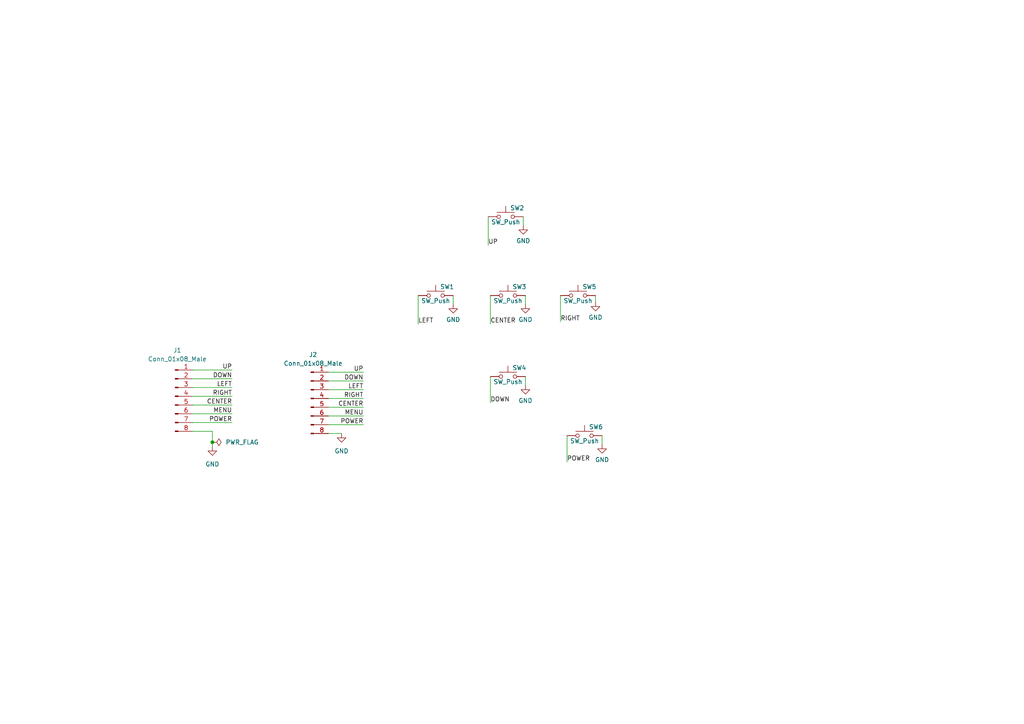
<source format=kicad_sch>
(kicad_sch (version 20211123) (generator eeschema)

  (uuid e63e39d7-6ac0-4ffd-8aa3-1841a4541b55)

  (paper "A4")

  (lib_symbols
    (symbol "Connector:Conn_01x08_Male" (pin_names (offset 1.016) hide) (in_bom yes) (on_board yes)
      (property "Reference" "J" (id 0) (at 0 10.16 0)
        (effects (font (size 1.27 1.27)))
      )
      (property "Value" "Conn_01x08_Male" (id 1) (at 0 -12.7 0)
        (effects (font (size 1.27 1.27)))
      )
      (property "Footprint" "" (id 2) (at 0 0 0)
        (effects (font (size 1.27 1.27)) hide)
      )
      (property "Datasheet" "~" (id 3) (at 0 0 0)
        (effects (font (size 1.27 1.27)) hide)
      )
      (property "ki_keywords" "connector" (id 4) (at 0 0 0)
        (effects (font (size 1.27 1.27)) hide)
      )
      (property "ki_description" "Generic connector, single row, 01x08, script generated (kicad-library-utils/schlib/autogen/connector/)" (id 5) (at 0 0 0)
        (effects (font (size 1.27 1.27)) hide)
      )
      (property "ki_fp_filters" "Connector*:*_1x??_*" (id 6) (at 0 0 0)
        (effects (font (size 1.27 1.27)) hide)
      )
      (symbol "Conn_01x08_Male_1_1"
        (polyline
          (pts
            (xy 1.27 -10.16)
            (xy 0.8636 -10.16)
          )
          (stroke (width 0.1524) (type default) (color 0 0 0 0))
          (fill (type none))
        )
        (polyline
          (pts
            (xy 1.27 -7.62)
            (xy 0.8636 -7.62)
          )
          (stroke (width 0.1524) (type default) (color 0 0 0 0))
          (fill (type none))
        )
        (polyline
          (pts
            (xy 1.27 -5.08)
            (xy 0.8636 -5.08)
          )
          (stroke (width 0.1524) (type default) (color 0 0 0 0))
          (fill (type none))
        )
        (polyline
          (pts
            (xy 1.27 -2.54)
            (xy 0.8636 -2.54)
          )
          (stroke (width 0.1524) (type default) (color 0 0 0 0))
          (fill (type none))
        )
        (polyline
          (pts
            (xy 1.27 0)
            (xy 0.8636 0)
          )
          (stroke (width 0.1524) (type default) (color 0 0 0 0))
          (fill (type none))
        )
        (polyline
          (pts
            (xy 1.27 2.54)
            (xy 0.8636 2.54)
          )
          (stroke (width 0.1524) (type default) (color 0 0 0 0))
          (fill (type none))
        )
        (polyline
          (pts
            (xy 1.27 5.08)
            (xy 0.8636 5.08)
          )
          (stroke (width 0.1524) (type default) (color 0 0 0 0))
          (fill (type none))
        )
        (polyline
          (pts
            (xy 1.27 7.62)
            (xy 0.8636 7.62)
          )
          (stroke (width 0.1524) (type default) (color 0 0 0 0))
          (fill (type none))
        )
        (rectangle (start 0.8636 -10.033) (end 0 -10.287)
          (stroke (width 0.1524) (type default) (color 0 0 0 0))
          (fill (type outline))
        )
        (rectangle (start 0.8636 -7.493) (end 0 -7.747)
          (stroke (width 0.1524) (type default) (color 0 0 0 0))
          (fill (type outline))
        )
        (rectangle (start 0.8636 -4.953) (end 0 -5.207)
          (stroke (width 0.1524) (type default) (color 0 0 0 0))
          (fill (type outline))
        )
        (rectangle (start 0.8636 -2.413) (end 0 -2.667)
          (stroke (width 0.1524) (type default) (color 0 0 0 0))
          (fill (type outline))
        )
        (rectangle (start 0.8636 0.127) (end 0 -0.127)
          (stroke (width 0.1524) (type default) (color 0 0 0 0))
          (fill (type outline))
        )
        (rectangle (start 0.8636 2.667) (end 0 2.413)
          (stroke (width 0.1524) (type default) (color 0 0 0 0))
          (fill (type outline))
        )
        (rectangle (start 0.8636 5.207) (end 0 4.953)
          (stroke (width 0.1524) (type default) (color 0 0 0 0))
          (fill (type outline))
        )
        (rectangle (start 0.8636 7.747) (end 0 7.493)
          (stroke (width 0.1524) (type default) (color 0 0 0 0))
          (fill (type outline))
        )
        (pin passive line (at 5.08 7.62 180) (length 3.81)
          (name "Pin_1" (effects (font (size 1.27 1.27))))
          (number "1" (effects (font (size 1.27 1.27))))
        )
        (pin passive line (at 5.08 5.08 180) (length 3.81)
          (name "Pin_2" (effects (font (size 1.27 1.27))))
          (number "2" (effects (font (size 1.27 1.27))))
        )
        (pin passive line (at 5.08 2.54 180) (length 3.81)
          (name "Pin_3" (effects (font (size 1.27 1.27))))
          (number "3" (effects (font (size 1.27 1.27))))
        )
        (pin passive line (at 5.08 0 180) (length 3.81)
          (name "Pin_4" (effects (font (size 1.27 1.27))))
          (number "4" (effects (font (size 1.27 1.27))))
        )
        (pin passive line (at 5.08 -2.54 180) (length 3.81)
          (name "Pin_5" (effects (font (size 1.27 1.27))))
          (number "5" (effects (font (size 1.27 1.27))))
        )
        (pin passive line (at 5.08 -5.08 180) (length 3.81)
          (name "Pin_6" (effects (font (size 1.27 1.27))))
          (number "6" (effects (font (size 1.27 1.27))))
        )
        (pin passive line (at 5.08 -7.62 180) (length 3.81)
          (name "Pin_7" (effects (font (size 1.27 1.27))))
          (number "7" (effects (font (size 1.27 1.27))))
        )
        (pin passive line (at 5.08 -10.16 180) (length 3.81)
          (name "Pin_8" (effects (font (size 1.27 1.27))))
          (number "8" (effects (font (size 1.27 1.27))))
        )
      )
    )
    (symbol "Switch:SW_Push" (pin_numbers hide) (pin_names (offset 1.016) hide) (in_bom yes) (on_board yes)
      (property "Reference" "SW" (id 0) (at 1.27 2.54 0)
        (effects (font (size 1.27 1.27)) (justify left))
      )
      (property "Value" "SW_Push" (id 1) (at 0 -1.524 0)
        (effects (font (size 1.27 1.27)))
      )
      (property "Footprint" "" (id 2) (at 0 5.08 0)
        (effects (font (size 1.27 1.27)) hide)
      )
      (property "Datasheet" "~" (id 3) (at 0 5.08 0)
        (effects (font (size 1.27 1.27)) hide)
      )
      (property "ki_keywords" "switch normally-open pushbutton push-button" (id 4) (at 0 0 0)
        (effects (font (size 1.27 1.27)) hide)
      )
      (property "ki_description" "Push button switch, generic, two pins" (id 5) (at 0 0 0)
        (effects (font (size 1.27 1.27)) hide)
      )
      (symbol "SW_Push_0_1"
        (circle (center -2.032 0) (radius 0.508)
          (stroke (width 0) (type default) (color 0 0 0 0))
          (fill (type none))
        )
        (polyline
          (pts
            (xy 0 1.27)
            (xy 0 3.048)
          )
          (stroke (width 0) (type default) (color 0 0 0 0))
          (fill (type none))
        )
        (polyline
          (pts
            (xy 2.54 1.27)
            (xy -2.54 1.27)
          )
          (stroke (width 0) (type default) (color 0 0 0 0))
          (fill (type none))
        )
        (circle (center 2.032 0) (radius 0.508)
          (stroke (width 0) (type default) (color 0 0 0 0))
          (fill (type none))
        )
        (pin passive line (at -5.08 0 0) (length 2.54)
          (name "1" (effects (font (size 1.27 1.27))))
          (number "1" (effects (font (size 1.27 1.27))))
        )
        (pin passive line (at 5.08 0 180) (length 2.54)
          (name "2" (effects (font (size 1.27 1.27))))
          (number "2" (effects (font (size 1.27 1.27))))
        )
      )
    )
    (symbol "power:GND" (power) (pin_names (offset 0)) (in_bom yes) (on_board yes)
      (property "Reference" "#PWR" (id 0) (at 0 -6.35 0)
        (effects (font (size 1.27 1.27)) hide)
      )
      (property "Value" "GND" (id 1) (at 0 -3.81 0)
        (effects (font (size 1.27 1.27)))
      )
      (property "Footprint" "" (id 2) (at 0 0 0)
        (effects (font (size 1.27 1.27)) hide)
      )
      (property "Datasheet" "" (id 3) (at 0 0 0)
        (effects (font (size 1.27 1.27)) hide)
      )
      (property "ki_keywords" "power-flag" (id 4) (at 0 0 0)
        (effects (font (size 1.27 1.27)) hide)
      )
      (property "ki_description" "Power symbol creates a global label with name \"GND\" , ground" (id 5) (at 0 0 0)
        (effects (font (size 1.27 1.27)) hide)
      )
      (symbol "GND_0_1"
        (polyline
          (pts
            (xy 0 0)
            (xy 0 -1.27)
            (xy 1.27 -1.27)
            (xy 0 -2.54)
            (xy -1.27 -1.27)
            (xy 0 -1.27)
          )
          (stroke (width 0) (type default) (color 0 0 0 0))
          (fill (type none))
        )
      )
      (symbol "GND_1_1"
        (pin power_in line (at 0 0 270) (length 0) hide
          (name "GND" (effects (font (size 1.27 1.27))))
          (number "1" (effects (font (size 1.27 1.27))))
        )
      )
    )
    (symbol "power:PWR_FLAG" (power) (pin_numbers hide) (pin_names (offset 0) hide) (in_bom yes) (on_board yes)
      (property "Reference" "#FLG" (id 0) (at 0 1.905 0)
        (effects (font (size 1.27 1.27)) hide)
      )
      (property "Value" "PWR_FLAG" (id 1) (at 0 3.81 0)
        (effects (font (size 1.27 1.27)))
      )
      (property "Footprint" "" (id 2) (at 0 0 0)
        (effects (font (size 1.27 1.27)) hide)
      )
      (property "Datasheet" "~" (id 3) (at 0 0 0)
        (effects (font (size 1.27 1.27)) hide)
      )
      (property "ki_keywords" "power-flag" (id 4) (at 0 0 0)
        (effects (font (size 1.27 1.27)) hide)
      )
      (property "ki_description" "Special symbol for telling ERC where power comes from" (id 5) (at 0 0 0)
        (effects (font (size 1.27 1.27)) hide)
      )
      (symbol "PWR_FLAG_0_0"
        (pin power_out line (at 0 0 90) (length 0)
          (name "pwr" (effects (font (size 1.27 1.27))))
          (number "1" (effects (font (size 1.27 1.27))))
        )
      )
      (symbol "PWR_FLAG_0_1"
        (polyline
          (pts
            (xy 0 0)
            (xy 0 1.27)
            (xy -1.016 1.905)
            (xy 0 2.54)
            (xy 1.016 1.905)
            (xy 0 1.27)
          )
          (stroke (width 0) (type default) (color 0 0 0 0))
          (fill (type none))
        )
      )
    )
  )

  (junction (at 61.595 128.27) (diameter 0) (color 0 0 0 0)
    (uuid 2375a703-9e58-4e74-9612-c1c2d8397071)
  )

  (wire (pts (xy 152.4 111.76) (xy 152.4 109.22))
    (stroke (width 0) (type default) (color 0 0 0 0))
    (uuid 0dcce0c4-9b87-47cf-9662-fda9a9a5dadc)
  )
  (wire (pts (xy 55.88 117.475) (xy 67.31 117.475))
    (stroke (width 0) (type default) (color 0 0 0 0))
    (uuid 299b64c5-e024-4304-b0fb-def9d3b0484d)
  )
  (wire (pts (xy 142.24 109.22) (xy 142.24 116.84))
    (stroke (width 0) (type default) (color 0 0 0 0))
    (uuid 3a900b04-4d2c-4633-8bd1-a742225b658c)
  )
  (wire (pts (xy 55.88 114.935) (xy 67.31 114.935))
    (stroke (width 0) (type default) (color 0 0 0 0))
    (uuid 42a03f06-c463-4200-9791-395db93bf45f)
  )
  (wire (pts (xy 61.595 128.27) (xy 61.595 129.54))
    (stroke (width 0) (type default) (color 0 0 0 0))
    (uuid 49d3bed0-8856-4398-8e5c-ffdcb3d60f0e)
  )
  (wire (pts (xy 55.88 125.095) (xy 61.595 125.095))
    (stroke (width 0) (type default) (color 0 0 0 0))
    (uuid 5085a13d-66d9-4dad-aede-922ecc5d9638)
  )
  (wire (pts (xy 55.88 112.395) (xy 67.31 112.395))
    (stroke (width 0) (type default) (color 0 0 0 0))
    (uuid 582b2779-261f-4a15-a835-bd5347029f1b)
  )
  (wire (pts (xy 164.465 126.365) (xy 164.465 133.985))
    (stroke (width 0) (type default) (color 0 0 0 0))
    (uuid 585a1225-b1fb-44e7-bfb6-41256b14959e)
  )
  (wire (pts (xy 55.88 120.015) (xy 67.31 120.015))
    (stroke (width 0) (type default) (color 0 0 0 0))
    (uuid 77145716-4a45-44e3-a5ac-146a75f38303)
  )
  (wire (pts (xy 105.41 110.49) (xy 95.25 110.49))
    (stroke (width 0) (type default) (color 0 0 0 0))
    (uuid 7b549bef-078e-444a-8bf0-e1fd2b085fbe)
  )
  (wire (pts (xy 162.56 85.725) (xy 162.56 93.345))
    (stroke (width 0) (type default) (color 0 0 0 0))
    (uuid 7f97c5e3-29c7-40a0-9075-ac1e2919bc7a)
  )
  (wire (pts (xy 174.625 128.905) (xy 174.625 126.365))
    (stroke (width 0) (type default) (color 0 0 0 0))
    (uuid 81b94d15-f36f-4951-bf9d-cf228f3876f6)
  )
  (wire (pts (xy 61.595 125.095) (xy 61.595 128.27))
    (stroke (width 0) (type default) (color 0 0 0 0))
    (uuid 8ea50165-7fc3-444f-9629-21c6c0e8b454)
  )
  (wire (pts (xy 141.605 62.865) (xy 141.605 71.12))
    (stroke (width 0) (type default) (color 0 0 0 0))
    (uuid 93cc150e-f7d4-4066-bf0f-837a45e4a702)
  )
  (wire (pts (xy 55.88 107.315) (xy 67.31 107.315))
    (stroke (width 0) (type default) (color 0 0 0 0))
    (uuid 9dae5e9e-9abf-4bb6-a437-2abf155362df)
  )
  (wire (pts (xy 151.765 65.405) (xy 151.765 62.865))
    (stroke (width 0) (type default) (color 0 0 0 0))
    (uuid a4617abc-05ad-43ba-9eec-708bcd562d3c)
  )
  (wire (pts (xy 55.88 122.555) (xy 67.31 122.555))
    (stroke (width 0) (type default) (color 0 0 0 0))
    (uuid abccf669-483d-45eb-b9d7-6dddd34a0962)
  )
  (wire (pts (xy 99.06 125.73) (xy 95.25 125.73))
    (stroke (width 0) (type default) (color 0 0 0 0))
    (uuid ac96c702-2d70-46db-bcb0-9652af1267c5)
  )
  (wire (pts (xy 142.24 85.725) (xy 142.24 93.98))
    (stroke (width 0) (type default) (color 0 0 0 0))
    (uuid adc9fd50-452d-4e26-9a72-8475cc79f810)
  )
  (wire (pts (xy 121.285 85.725) (xy 121.285 93.98))
    (stroke (width 0) (type default) (color 0 0 0 0))
    (uuid afb31778-fda2-4b21-b377-44f23448746e)
  )
  (wire (pts (xy 131.445 88.265) (xy 131.445 85.725))
    (stroke (width 0) (type default) (color 0 0 0 0))
    (uuid b067d913-8298-4d61-883a-a67850d9cb71)
  )
  (wire (pts (xy 105.41 115.57) (xy 95.25 115.57))
    (stroke (width 0) (type default) (color 0 0 0 0))
    (uuid c2461674-6b11-4f71-927c-84aa3823e84a)
  )
  (wire (pts (xy 105.41 107.95) (xy 95.25 107.95))
    (stroke (width 0) (type default) (color 0 0 0 0))
    (uuid c737afe8-b9b6-4ed5-bcff-f1c7901517a8)
  )
  (wire (pts (xy 105.41 113.03) (xy 95.25 113.03))
    (stroke (width 0) (type default) (color 0 0 0 0))
    (uuid c92728df-073d-4f4f-8e82-39caaa1239e4)
  )
  (wire (pts (xy 105.41 118.11) (xy 95.25 118.11))
    (stroke (width 0) (type default) (color 0 0 0 0))
    (uuid d68a363a-a72f-417e-bf1c-5ed2ed56ee37)
  )
  (wire (pts (xy 105.41 120.65) (xy 95.25 120.65))
    (stroke (width 0) (type default) (color 0 0 0 0))
    (uuid dc451b0f-4efe-43d0-9bf8-ca7598d267b3)
  )
  (wire (pts (xy 152.4 88.265) (xy 152.4 85.725))
    (stroke (width 0) (type default) (color 0 0 0 0))
    (uuid dcb6d534-afca-40c0-b5c7-50f4daf14741)
  )
  (wire (pts (xy 55.88 109.855) (xy 67.31 109.855))
    (stroke (width 0) (type default) (color 0 0 0 0))
    (uuid f13c4ecf-b313-438f-9249-9111db9554cd)
  )
  (wire (pts (xy 105.41 123.19) (xy 95.25 123.19))
    (stroke (width 0) (type default) (color 0 0 0 0))
    (uuid f4ffe03b-dd1d-4a35-ac94-7e2431515457)
  )
  (wire (pts (xy 172.72 87.63) (xy 172.72 85.725))
    (stroke (width 0) (type default) (color 0 0 0 0))
    (uuid ff093194-9b72-4851-bf32-9cb1bae64b58)
  )

  (label "CENTER" (at 142.24 93.98 0)
    (effects (font (size 1.27 1.27)) (justify left bottom))
    (uuid 04f21328-7e16-4785-abf4-125d3430c53d)
  )
  (label "UP" (at 141.605 71.12 0)
    (effects (font (size 1.27 1.27)) (justify left bottom))
    (uuid 1f390ec6-3c1c-4a68-8477-8698eba62637)
  )
  (label "RIGHT" (at 105.41 115.57 180)
    (effects (font (size 1.27 1.27)) (justify right bottom))
    (uuid 2f63f3aa-54c0-44a9-9c2d-bf70d14ef42a)
  )
  (label "RIGHT" (at 67.31 114.935 180)
    (effects (font (size 1.27 1.27)) (justify right bottom))
    (uuid 3392f979-cc86-411d-ae2e-04e7c8708c0e)
  )
  (label "RIGHT" (at 162.56 93.345 0)
    (effects (font (size 1.27 1.27)) (justify left bottom))
    (uuid 465dc9b6-3960-46bf-a9ad-564c2a31c630)
  )
  (label "MENU" (at 67.31 120.015 180)
    (effects (font (size 1.27 1.27)) (justify right bottom))
    (uuid 4e3a5c98-7056-4cce-bdba-85d3179c0d8d)
  )
  (label "CENTER" (at 67.31 117.475 180)
    (effects (font (size 1.27 1.27)) (justify right bottom))
    (uuid 56dd409e-26c5-42e6-bc3f-aa0da2782619)
  )
  (label "POWER" (at 67.31 122.555 180)
    (effects (font (size 1.27 1.27)) (justify right bottom))
    (uuid 57ecf3eb-fa8a-4c39-94af-828aed0d6e7d)
  )
  (label "DOWN" (at 142.24 116.84 0)
    (effects (font (size 1.27 1.27)) (justify left bottom))
    (uuid 5a40d705-86c5-4631-aba8-f31ff63e81b2)
  )
  (label "DOWN" (at 67.31 109.855 180)
    (effects (font (size 1.27 1.27)) (justify right bottom))
    (uuid 5bbd3da6-d9b6-4fbb-9f3a-d12ff727aac3)
  )
  (label "LEFT" (at 67.31 112.395 180)
    (effects (font (size 1.27 1.27)) (justify right bottom))
    (uuid 6b1478ea-a598-420e-a9c3-6a7adaf654ca)
  )
  (label "POWER" (at 105.41 123.19 180)
    (effects (font (size 1.27 1.27)) (justify right bottom))
    (uuid 6fd61838-6ca1-4474-b2c8-eafaf5bd4b1d)
  )
  (label "DOWN" (at 105.41 110.49 180)
    (effects (font (size 1.27 1.27)) (justify right bottom))
    (uuid 8631006d-463b-425e-8454-50a2625a42f9)
  )
  (label "MENU" (at 105.41 120.65 180)
    (effects (font (size 1.27 1.27)) (justify right bottom))
    (uuid bf4bbba4-7f01-4d2b-8ecc-73c25a26cca4)
  )
  (label "CENTER" (at 105.41 118.11 180)
    (effects (font (size 1.27 1.27)) (justify right bottom))
    (uuid bf94bb35-22d2-403d-9c8e-3a84fcad9b54)
  )
  (label "POWER" (at 164.465 133.985 0)
    (effects (font (size 1.27 1.27)) (justify left bottom))
    (uuid cdb7972f-ae90-41b3-8fc0-eb476d30c827)
  )
  (label "LEFT" (at 105.41 113.03 180)
    (effects (font (size 1.27 1.27)) (justify right bottom))
    (uuid ce83e021-eb1d-4496-9f8c-dacc28d7e126)
  )
  (label "LEFT" (at 121.285 93.98 0)
    (effects (font (size 1.27 1.27)) (justify left bottom))
    (uuid d332c5d1-9f62-4c3e-b939-cd017d1f800c)
  )
  (label "UP" (at 105.41 107.95 180)
    (effects (font (size 1.27 1.27)) (justify right bottom))
    (uuid dc7589e0-ad00-4516-b78d-a91f93ae88c9)
  )
  (label "UP" (at 67.31 107.315 180)
    (effects (font (size 1.27 1.27)) (justify right bottom))
    (uuid e8818571-ded3-4ff4-ad6d-37b7bd79c715)
  )

  (symbol (lib_id "Switch:SW_Push") (at 169.545 126.365 0) (unit 1)
    (in_bom yes) (on_board yes) (fields_autoplaced)
    (uuid 06fc7b9c-8a77-4564-ae4b-423182fb3d64)
    (property "Reference" "SW6" (id 0) (at 170.815 123.825 0)
      (effects (font (size 1.27 1.27)) (justify left))
    )
    (property "Value" "SW_Push" (id 1) (at 169.545 127.889 0))
    (property "Footprint" "Button_Switch_THT:SW_PUSH_6mm" (id 2) (at 169.545 121.285 0)
      (effects (font (size 1.27 1.27)) hide)
    )
    (property "Datasheet" "~" (id 3) (at 169.545 121.285 0)
      (effects (font (size 1.27 1.27)) hide)
    )
    (pin "1" (uuid 5d2995d2-3650-4a84-82e2-09dbbfbbebd9))
    (pin "2" (uuid 62a0cf58-0553-4174-97e0-858d41866d4c))
  )

  (symbol (lib_id "Switch:SW_Push") (at 167.64 85.725 0) (unit 1)
    (in_bom yes) (on_board yes)
    (uuid 1436a783-6564-4cf1-b04a-2e5a11e5eb64)
    (property "Reference" "SW5" (id 0) (at 168.91 83.185 0)
      (effects (font (size 1.27 1.27)) (justify left))
    )
    (property "Value" "SW_Push" (id 1) (at 167.64 87.249 0))
    (property "Footprint" "Button_Switch_THT:SW_PUSH-12mm" (id 2) (at 167.64 80.645 0)
      (effects (font (size 1.27 1.27)) hide)
    )
    (property "Datasheet" "~" (id 3) (at 167.64 80.645 0)
      (effects (font (size 1.27 1.27)) hide)
    )
    (pin "1" (uuid 7808a6a2-6879-4bfa-8e14-54461307a776))
    (pin "2" (uuid d8a8e656-94cb-4a0a-b6af-8fccae1d35bd))
  )

  (symbol (lib_id "Switch:SW_Push") (at 147.32 85.725 0) (unit 1)
    (in_bom yes) (on_board yes) (fields_autoplaced)
    (uuid 19cf3f75-846d-40c4-99e9-986cfa896c10)
    (property "Reference" "SW3" (id 0) (at 148.59 83.185 0)
      (effects (font (size 1.27 1.27)) (justify left))
    )
    (property "Value" "SW_Push" (id 1) (at 147.32 87.249 0))
    (property "Footprint" "Button_Switch_THT:SW_PUSH-12mm" (id 2) (at 147.32 80.645 0)
      (effects (font (size 1.27 1.27)) hide)
    )
    (property "Datasheet" "~" (id 3) (at 147.32 80.645 0)
      (effects (font (size 1.27 1.27)) hide)
    )
    (pin "1" (uuid 7290aba7-9701-4a7f-9efd-a4c38f1a6ef8))
    (pin "2" (uuid 0a523061-715f-43ef-b1dd-3d745a3e7e1d))
  )

  (symbol (lib_id "power:GND") (at 152.4 88.265 0) (unit 1)
    (in_bom yes) (on_board yes)
    (uuid 351b09f4-757a-45ed-8f79-a890f5a289e8)
    (property "Reference" "#PWR0102" (id 0) (at 152.4 94.615 0)
      (effects (font (size 1.27 1.27)) hide)
    )
    (property "Value" "GND" (id 1) (at 152.4 92.71 0))
    (property "Footprint" "" (id 2) (at 152.4 88.265 0)
      (effects (font (size 1.27 1.27)) hide)
    )
    (property "Datasheet" "" (id 3) (at 152.4 88.265 0)
      (effects (font (size 1.27 1.27)) hide)
    )
    (pin "1" (uuid 24887bdd-fa16-4597-9b9f-25db1fdbc6cc))
  )

  (symbol (lib_id "power:GND") (at 152.4 111.76 0) (unit 1)
    (in_bom yes) (on_board yes)
    (uuid 38d44e38-fbb0-4f3a-9004-b3e4dd9f613d)
    (property "Reference" "#PWR0106" (id 0) (at 152.4 118.11 0)
      (effects (font (size 1.27 1.27)) hide)
    )
    (property "Value" "GND" (id 1) (at 152.4 116.205 0))
    (property "Footprint" "" (id 2) (at 152.4 111.76 0)
      (effects (font (size 1.27 1.27)) hide)
    )
    (property "Datasheet" "" (id 3) (at 152.4 111.76 0)
      (effects (font (size 1.27 1.27)) hide)
    )
    (pin "1" (uuid 9af6a3d1-940c-4ac6-8589-37ba500431a5))
  )

  (symbol (lib_id "power:GND") (at 151.765 65.405 0) (unit 1)
    (in_bom yes) (on_board yes)
    (uuid 4499ed79-3275-48b5-a4a0-5fec40e034a3)
    (property "Reference" "#PWR0107" (id 0) (at 151.765 71.755 0)
      (effects (font (size 1.27 1.27)) hide)
    )
    (property "Value" "GND" (id 1) (at 151.765 69.85 0))
    (property "Footprint" "" (id 2) (at 151.765 65.405 0)
      (effects (font (size 1.27 1.27)) hide)
    )
    (property "Datasheet" "" (id 3) (at 151.765 65.405 0)
      (effects (font (size 1.27 1.27)) hide)
    )
    (pin "1" (uuid 5b148534-1e1c-4417-ad01-3a31be391f14))
  )

  (symbol (lib_id "Connector:Conn_01x08_Male") (at 50.8 114.935 0) (unit 1)
    (in_bom yes) (on_board yes) (fields_autoplaced)
    (uuid 4aacb313-1758-495f-8f09-171284d6f2df)
    (property "Reference" "J1" (id 0) (at 51.435 101.6 0))
    (property "Value" "Conn_01x08_Male" (id 1) (at 51.435 104.14 0))
    (property "Footprint" "Connector_JST:JST_GH_SM08B-GHS-TB_1x08-1MP_P1.25mm_Horizontal" (id 2) (at 50.8 114.935 0)
      (effects (font (size 1.27 1.27)) hide)
    )
    (property "Datasheet" "~" (id 3) (at 50.8 114.935 0)
      (effects (font (size 1.27 1.27)) hide)
    )
    (pin "1" (uuid 96f06613-b03f-4903-b828-bc4d49b59844))
    (pin "2" (uuid c8f24a27-6755-45a4-9a0a-c50128853878))
    (pin "3" (uuid 91fa64a6-c5bf-4ba5-8f36-b84309cb91af))
    (pin "4" (uuid 7f8134d6-8a85-44f6-96fc-bbbaf3464125))
    (pin "5" (uuid 0e31442e-6006-4923-9f1b-77a0de691588))
    (pin "6" (uuid 6c9e95b5-334c-4b39-b30c-e67163fa1adb))
    (pin "7" (uuid 5c041ba5-08c4-43cd-8819-bd5500fe8750))
    (pin "8" (uuid 775239c5-41d2-40e4-bfe7-551d7ccf0e7f))
  )

  (symbol (lib_id "Switch:SW_Push") (at 146.685 62.865 0) (unit 1)
    (in_bom yes) (on_board yes) (fields_autoplaced)
    (uuid 4d2bcc63-a2dd-418c-bd5f-ddaef4fca43f)
    (property "Reference" "SW2" (id 0) (at 147.955 60.325 0)
      (effects (font (size 1.27 1.27)) (justify left))
    )
    (property "Value" "SW_Push" (id 1) (at 146.685 64.389 0))
    (property "Footprint" "Button_Switch_THT:SW_PUSH-12mm" (id 2) (at 146.685 57.785 0)
      (effects (font (size 1.27 1.27)) hide)
    )
    (property "Datasheet" "~" (id 3) (at 146.685 57.785 0)
      (effects (font (size 1.27 1.27)) hide)
    )
    (pin "1" (uuid fe1771f5-b72c-4bc4-add4-a2ba0d9e31fd))
    (pin "2" (uuid 73ec9bbc-dc9a-43b6-8948-b32c01d65371))
  )

  (symbol (lib_id "power:GND") (at 174.625 128.905 0) (unit 1)
    (in_bom yes) (on_board yes)
    (uuid 6a535625-5a10-432d-b4bd-00abaeff4655)
    (property "Reference" "#PWR0103" (id 0) (at 174.625 135.255 0)
      (effects (font (size 1.27 1.27)) hide)
    )
    (property "Value" "GND" (id 1) (at 174.625 133.35 0))
    (property "Footprint" "" (id 2) (at 174.625 128.905 0)
      (effects (font (size 1.27 1.27)) hide)
    )
    (property "Datasheet" "" (id 3) (at 174.625 128.905 0)
      (effects (font (size 1.27 1.27)) hide)
    )
    (pin "1" (uuid bfc0ca45-85e4-484e-a8e4-36fa44bfe704))
  )

  (symbol (lib_id "power:GND") (at 131.445 88.265 0) (unit 1)
    (in_bom yes) (on_board yes)
    (uuid 7b52c2d0-277f-4adf-8692-778b81a623f7)
    (property "Reference" "#PWR0104" (id 0) (at 131.445 94.615 0)
      (effects (font (size 1.27 1.27)) hide)
    )
    (property "Value" "GND" (id 1) (at 131.445 92.71 0))
    (property "Footprint" "" (id 2) (at 131.445 88.265 0)
      (effects (font (size 1.27 1.27)) hide)
    )
    (property "Datasheet" "" (id 3) (at 131.445 88.265 0)
      (effects (font (size 1.27 1.27)) hide)
    )
    (pin "1" (uuid f1e321d6-908d-4d97-9485-feac7768fd79))
  )

  (symbol (lib_id "Switch:SW_Push") (at 147.32 109.22 0) (unit 1)
    (in_bom yes) (on_board yes) (fields_autoplaced)
    (uuid 98e08b96-ee1b-4bfe-acf7-0dc72d6a3691)
    (property "Reference" "SW4" (id 0) (at 148.59 106.68 0)
      (effects (font (size 1.27 1.27)) (justify left))
    )
    (property "Value" "SW_Push" (id 1) (at 147.32 110.744 0))
    (property "Footprint" "Button_Switch_THT:SW_PUSH-12mm" (id 2) (at 147.32 104.14 0)
      (effects (font (size 1.27 1.27)) hide)
    )
    (property "Datasheet" "~" (id 3) (at 147.32 104.14 0)
      (effects (font (size 1.27 1.27)) hide)
    )
    (pin "1" (uuid 659b1bb6-e324-4cb4-b887-74f20393b58b))
    (pin "2" (uuid cae392c2-2d07-4fc1-8f85-b82c4fe627c7))
  )

  (symbol (lib_id "power:GND") (at 61.595 129.54 0) (unit 1)
    (in_bom yes) (on_board yes) (fields_autoplaced)
    (uuid ad3f74d3-9454-4919-ab83-c96277135b31)
    (property "Reference" "#PWR0101" (id 0) (at 61.595 135.89 0)
      (effects (font (size 1.27 1.27)) hide)
    )
    (property "Value" "GND" (id 1) (at 61.595 134.62 0))
    (property "Footprint" "" (id 2) (at 61.595 129.54 0)
      (effects (font (size 1.27 1.27)) hide)
    )
    (property "Datasheet" "" (id 3) (at 61.595 129.54 0)
      (effects (font (size 1.27 1.27)) hide)
    )
    (pin "1" (uuid 4b96745f-99e6-44b3-b244-491039f1f792))
  )

  (symbol (lib_id "power:PWR_FLAG") (at 61.595 128.27 270) (unit 1)
    (in_bom yes) (on_board yes) (fields_autoplaced)
    (uuid b6186fea-83e8-443e-981a-fb22cd160498)
    (property "Reference" "#FLG0101" (id 0) (at 63.5 128.27 0)
      (effects (font (size 1.27 1.27)) hide)
    )
    (property "Value" "PWR_FLAG" (id 1) (at 65.405 128.2699 90)
      (effects (font (size 1.27 1.27)) (justify left))
    )
    (property "Footprint" "" (id 2) (at 61.595 128.27 0)
      (effects (font (size 1.27 1.27)) hide)
    )
    (property "Datasheet" "~" (id 3) (at 61.595 128.27 0)
      (effects (font (size 1.27 1.27)) hide)
    )
    (pin "1" (uuid 47aee589-921f-4700-963e-a5ec89a9d9a0))
  )

  (symbol (lib_id "power:GND") (at 99.06 125.73 0) (unit 1)
    (in_bom yes) (on_board yes) (fields_autoplaced)
    (uuid bc319651-4db4-432c-99a9-47f722955312)
    (property "Reference" "#PWR01" (id 0) (at 99.06 132.08 0)
      (effects (font (size 1.27 1.27)) hide)
    )
    (property "Value" "GND" (id 1) (at 99.06 130.81 0))
    (property "Footprint" "" (id 2) (at 99.06 125.73 0)
      (effects (font (size 1.27 1.27)) hide)
    )
    (property "Datasheet" "" (id 3) (at 99.06 125.73 0)
      (effects (font (size 1.27 1.27)) hide)
    )
    (pin "1" (uuid d848208d-6aac-48a6-b79b-6097464cd6e4))
  )

  (symbol (lib_id "Connector:Conn_01x08_Male") (at 90.17 115.57 0) (unit 1)
    (in_bom yes) (on_board yes) (fields_autoplaced)
    (uuid bd6046eb-2439-4157-89c1-25727144afe1)
    (property "Reference" "J2" (id 0) (at 90.805 102.87 0))
    (property "Value" "Conn_01x08_Male" (id 1) (at 90.805 105.41 0))
    (property "Footprint" "Connector_PinHeader_2.54mm:PinHeader_1x08_P2.54mm_Vertical" (id 2) (at 90.17 115.57 0)
      (effects (font (size 1.27 1.27)) hide)
    )
    (property "Datasheet" "~" (id 3) (at 90.17 115.57 0)
      (effects (font (size 1.27 1.27)) hide)
    )
    (pin "1" (uuid 0dd140ee-7719-4a1c-be59-8c8c4ae3bf46))
    (pin "2" (uuid 8d362ad5-cca2-4d7d-ae5c-a3f698534f89))
    (pin "3" (uuid 855764fd-2146-45fe-8645-a7076c121347))
    (pin "4" (uuid ceb615f5-01b4-4297-a9d7-07251972cca7))
    (pin "5" (uuid 2a6a9648-6190-4590-ac88-4801f207b0cc))
    (pin "6" (uuid a4ce0db4-4af7-406c-9567-921f05ceaab9))
    (pin "7" (uuid 77598538-b9b9-475f-9bfa-c9a3f8ba8452))
    (pin "8" (uuid 3278454d-2012-408f-ab59-7af863a9f926))
  )

  (symbol (lib_id "Switch:SW_Push") (at 126.365 85.725 0) (unit 1)
    (in_bom yes) (on_board yes) (fields_autoplaced)
    (uuid d0754a39-0cf1-4bbe-83a4-6155f2cbc878)
    (property "Reference" "SW1" (id 0) (at 127.635 83.185 0)
      (effects (font (size 1.27 1.27)) (justify left))
    )
    (property "Value" "SW_Push" (id 1) (at 126.365 87.249 0))
    (property "Footprint" "Button_Switch_THT:SW_PUSH-12mm" (id 2) (at 126.365 80.645 0)
      (effects (font (size 1.27 1.27)) hide)
    )
    (property "Datasheet" "~" (id 3) (at 126.365 80.645 0)
      (effects (font (size 1.27 1.27)) hide)
    )
    (pin "1" (uuid 702fdb0c-a8a4-413d-9e3e-882a2050d7d4))
    (pin "2" (uuid 0a6c6964-517b-4ffa-8358-a6e43ec1666e))
  )

  (symbol (lib_id "power:GND") (at 172.72 87.63 0) (unit 1)
    (in_bom yes) (on_board yes)
    (uuid d214990d-7748-4809-a6a3-dccba3fa9663)
    (property "Reference" "#PWR0105" (id 0) (at 172.72 93.98 0)
      (effects (font (size 1.27 1.27)) hide)
    )
    (property "Value" "GND" (id 1) (at 172.72 92.075 0))
    (property "Footprint" "" (id 2) (at 172.72 87.63 0)
      (effects (font (size 1.27 1.27)) hide)
    )
    (property "Datasheet" "" (id 3) (at 172.72 87.63 0)
      (effects (font (size 1.27 1.27)) hide)
    )
    (pin "1" (uuid 05387287-d762-4e5e-8e0b-b171f6c340ce))
  )

  (sheet_instances
    (path "/" (page "1"))
  )

  (symbol_instances
    (path "/b6186fea-83e8-443e-981a-fb22cd160498"
      (reference "#FLG0101") (unit 1) (value "PWR_FLAG") (footprint "")
    )
    (path "/bc319651-4db4-432c-99a9-47f722955312"
      (reference "#PWR01") (unit 1) (value "GND") (footprint "")
    )
    (path "/ad3f74d3-9454-4919-ab83-c96277135b31"
      (reference "#PWR0101") (unit 1) (value "GND") (footprint "")
    )
    (path "/351b09f4-757a-45ed-8f79-a890f5a289e8"
      (reference "#PWR0102") (unit 1) (value "GND") (footprint "")
    )
    (path "/6a535625-5a10-432d-b4bd-00abaeff4655"
      (reference "#PWR0103") (unit 1) (value "GND") (footprint "")
    )
    (path "/7b52c2d0-277f-4adf-8692-778b81a623f7"
      (reference "#PWR0104") (unit 1) (value "GND") (footprint "")
    )
    (path "/d214990d-7748-4809-a6a3-dccba3fa9663"
      (reference "#PWR0105") (unit 1) (value "GND") (footprint "")
    )
    (path "/38d44e38-fbb0-4f3a-9004-b3e4dd9f613d"
      (reference "#PWR0106") (unit 1) (value "GND") (footprint "")
    )
    (path "/4499ed79-3275-48b5-a4a0-5fec40e034a3"
      (reference "#PWR0107") (unit 1) (value "GND") (footprint "")
    )
    (path "/4aacb313-1758-495f-8f09-171284d6f2df"
      (reference "J1") (unit 1) (value "Conn_01x08_Male") (footprint "Connector_JST:JST_GH_SM08B-GHS-TB_1x08-1MP_P1.25mm_Horizontal")
    )
    (path "/bd6046eb-2439-4157-89c1-25727144afe1"
      (reference "J2") (unit 1) (value "Conn_01x08_Male") (footprint "Connector_PinHeader_2.54mm:PinHeader_1x08_P2.54mm_Vertical")
    )
    (path "/d0754a39-0cf1-4bbe-83a4-6155f2cbc878"
      (reference "SW1") (unit 1) (value "SW_Push") (footprint "Button_Switch_THT:SW_PUSH-12mm")
    )
    (path "/4d2bcc63-a2dd-418c-bd5f-ddaef4fca43f"
      (reference "SW2") (unit 1) (value "SW_Push") (footprint "Button_Switch_THT:SW_PUSH-12mm")
    )
    (path "/19cf3f75-846d-40c4-99e9-986cfa896c10"
      (reference "SW3") (unit 1) (value "SW_Push") (footprint "Button_Switch_THT:SW_PUSH-12mm")
    )
    (path "/98e08b96-ee1b-4bfe-acf7-0dc72d6a3691"
      (reference "SW4") (unit 1) (value "SW_Push") (footprint "Button_Switch_THT:SW_PUSH-12mm")
    )
    (path "/1436a783-6564-4cf1-b04a-2e5a11e5eb64"
      (reference "SW5") (unit 1) (value "SW_Push") (footprint "Button_Switch_THT:SW_PUSH-12mm")
    )
    (path "/06fc7b9c-8a77-4564-ae4b-423182fb3d64"
      (reference "SW6") (unit 1) (value "SW_Push") (footprint "Button_Switch_THT:SW_PUSH_6mm")
    )
  )
)

</source>
